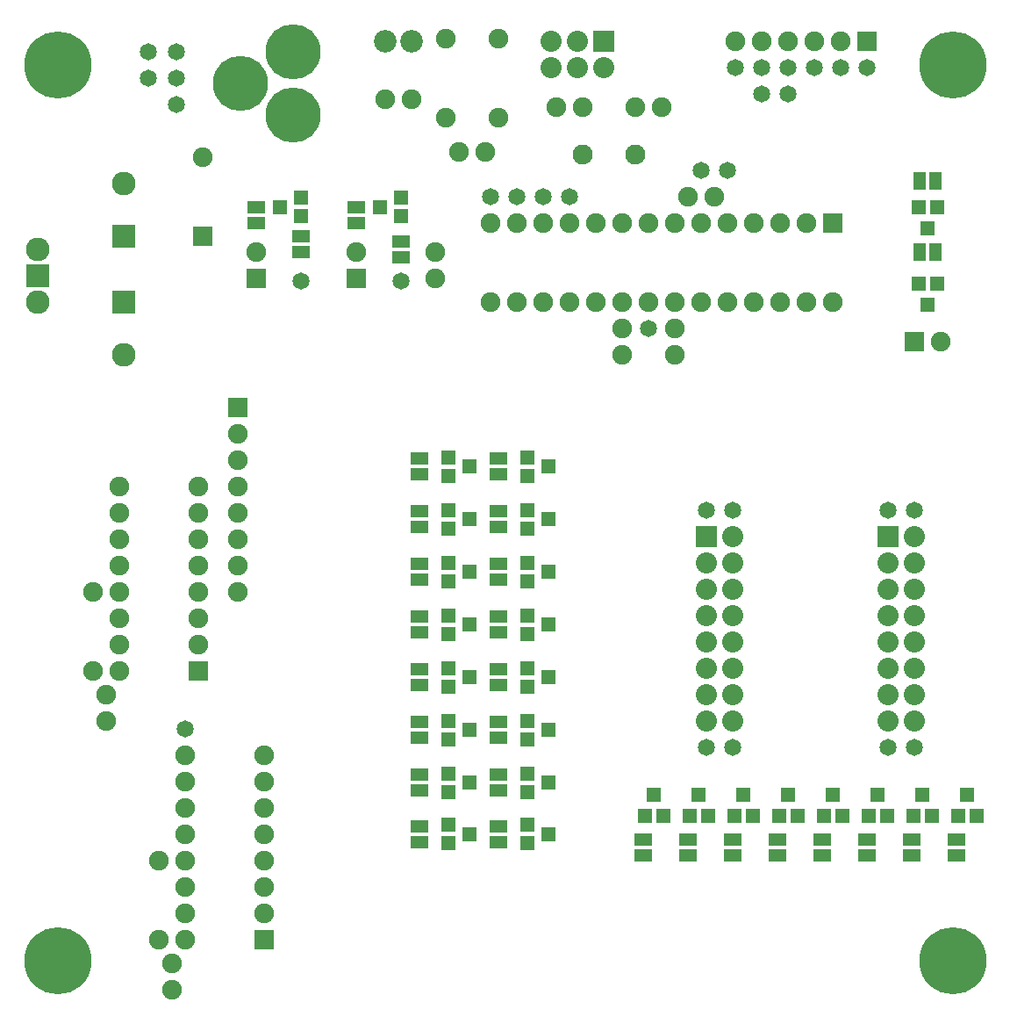
<source format=gts>
G04 (created by PCBNEW-RS274X (2012-01-19 BZR 3256)-stable) date 5/20/2013 9:38:39 PM*
G01*
G70*
G90*
%MOIN*%
G04 Gerber Fmt 3.4, Leading zero omitted, Abs format*
%FSLAX34Y34*%
G04 APERTURE LIST*
%ADD10C,0.006000*%
%ADD11C,0.075000*%
%ADD12R,0.056000X0.056000*%
%ADD13R,0.065000X0.045000*%
%ADD14R,0.045000X0.065000*%
%ADD15R,0.075000X0.075000*%
%ADD16C,0.065000*%
%ADD17R,0.080000X0.080000*%
%ADD18C,0.080000*%
%ADD19C,0.086000*%
%ADD20C,0.076000*%
%ADD21R,0.090000X0.090000*%
%ADD22C,0.090000*%
%ADD23C,0.255000*%
%ADD24C,0.209000*%
G04 APERTURE END LIST*
G54D10*
G54D11*
X55500Y-27500D03*
X53500Y-27500D03*
X55500Y-24500D03*
X53500Y-24500D03*
G54D12*
X56600Y-45100D03*
X56600Y-44400D03*
X57400Y-44750D03*
X56600Y-47100D03*
X56600Y-46400D03*
X57400Y-46750D03*
X56600Y-41100D03*
X56600Y-40400D03*
X57400Y-40750D03*
X56600Y-43100D03*
X56600Y-42400D03*
X57400Y-42750D03*
X56600Y-49100D03*
X56600Y-48400D03*
X57400Y-48750D03*
X71450Y-33800D03*
X72150Y-33800D03*
X71800Y-34600D03*
X56600Y-51100D03*
X56600Y-50400D03*
X57400Y-50750D03*
X56600Y-53100D03*
X56600Y-52400D03*
X57400Y-52750D03*
X56600Y-55050D03*
X56600Y-54350D03*
X57400Y-54700D03*
X53600Y-51100D03*
X53600Y-50400D03*
X54400Y-50750D03*
X61750Y-54000D03*
X61050Y-54000D03*
X61400Y-53200D03*
X53600Y-49100D03*
X53600Y-48400D03*
X54400Y-48750D03*
X53600Y-47100D03*
X53600Y-46400D03*
X54400Y-46750D03*
X53600Y-45100D03*
X53600Y-44400D03*
X54400Y-44750D03*
X53600Y-43100D03*
X53600Y-42400D03*
X54400Y-42750D03*
X53600Y-41100D03*
X53600Y-40400D03*
X54400Y-40750D03*
X53600Y-53100D03*
X53600Y-52400D03*
X54400Y-52750D03*
X53600Y-55050D03*
X53600Y-54350D03*
X54400Y-54700D03*
X63450Y-54000D03*
X62750Y-54000D03*
X63100Y-53200D03*
X65150Y-54000D03*
X64450Y-54000D03*
X64800Y-53200D03*
X66850Y-54000D03*
X66150Y-54000D03*
X66500Y-53200D03*
X68550Y-54000D03*
X67850Y-54000D03*
X68200Y-53200D03*
X70250Y-54000D03*
X69550Y-54000D03*
X69900Y-53200D03*
X71950Y-54000D03*
X71250Y-54000D03*
X71600Y-53200D03*
X73650Y-54000D03*
X72950Y-54000D03*
X73300Y-53200D03*
X71450Y-30900D03*
X72150Y-30900D03*
X71800Y-31700D03*
G54D13*
X55500Y-51050D03*
X55500Y-50450D03*
X55500Y-49050D03*
X55500Y-48450D03*
X55500Y-53050D03*
X55500Y-52450D03*
X55500Y-41050D03*
X55500Y-40450D03*
X55500Y-43050D03*
X55500Y-42450D03*
X55500Y-45050D03*
X55500Y-44450D03*
X55500Y-47050D03*
X55500Y-46450D03*
X55500Y-55000D03*
X55500Y-54400D03*
G54D14*
X72100Y-29900D03*
X71500Y-29900D03*
X71500Y-32600D03*
X72100Y-32600D03*
G54D13*
X72900Y-54900D03*
X72900Y-55500D03*
X71200Y-54900D03*
X71200Y-55500D03*
X69500Y-54900D03*
X69500Y-55500D03*
X67800Y-54900D03*
X67800Y-55500D03*
X66100Y-54900D03*
X66100Y-55500D03*
X64400Y-54900D03*
X64400Y-55500D03*
X62700Y-54900D03*
X62700Y-55500D03*
X61000Y-54900D03*
X61000Y-55500D03*
X52500Y-54400D03*
X52500Y-55000D03*
X52500Y-50450D03*
X52500Y-51050D03*
X52500Y-48450D03*
X52500Y-49050D03*
X52500Y-46450D03*
X52500Y-47050D03*
X52500Y-44450D03*
X52500Y-45050D03*
X52500Y-42450D03*
X52500Y-43050D03*
X52500Y-40450D03*
X52500Y-41050D03*
X52500Y-52450D03*
X52500Y-53050D03*
G54D15*
X45600Y-38500D03*
G54D11*
X45600Y-39500D03*
X45600Y-40500D03*
X45600Y-41500D03*
X45600Y-42500D03*
X45600Y-43500D03*
X45600Y-44500D03*
X45600Y-45500D03*
G54D15*
X69500Y-24600D03*
G54D11*
X68500Y-24600D03*
X67500Y-24600D03*
X66500Y-24600D03*
X65500Y-24600D03*
X64500Y-24600D03*
G54D15*
X71300Y-36000D03*
G54D11*
X72300Y-36000D03*
X42600Y-58700D03*
X42600Y-55700D03*
X40100Y-48500D03*
X40100Y-45500D03*
X52200Y-26800D03*
X51200Y-26800D03*
X55000Y-28800D03*
X54000Y-28800D03*
G54D16*
X63200Y-29500D03*
X66500Y-26600D03*
X69500Y-25600D03*
X68500Y-25600D03*
X67500Y-25600D03*
X66500Y-25600D03*
X65500Y-25600D03*
X64500Y-25600D03*
X43600Y-50700D03*
X65500Y-26600D03*
X43250Y-26000D03*
X71300Y-51400D03*
X63400Y-42400D03*
X64400Y-42400D03*
X63400Y-51400D03*
X64400Y-51400D03*
X70300Y-51400D03*
X43250Y-27000D03*
X43250Y-25000D03*
X71300Y-42400D03*
X70300Y-42400D03*
X61200Y-35500D03*
X55200Y-30500D03*
X56200Y-30500D03*
G54D17*
X63400Y-43400D03*
G54D18*
X64400Y-43400D03*
X63400Y-44400D03*
X64400Y-44400D03*
X63400Y-45400D03*
X64400Y-45400D03*
X63400Y-46400D03*
X64400Y-46400D03*
X63400Y-47400D03*
X64400Y-47400D03*
X63400Y-48400D03*
X64400Y-48400D03*
X63400Y-49400D03*
X64400Y-49400D03*
X63400Y-50400D03*
X64400Y-50400D03*
G54D17*
X70300Y-43400D03*
G54D18*
X71300Y-43400D03*
X70300Y-44400D03*
X71300Y-44400D03*
X70300Y-45400D03*
X71300Y-45400D03*
X70300Y-46400D03*
X71300Y-46400D03*
X70300Y-47400D03*
X71300Y-47400D03*
X70300Y-48400D03*
X71300Y-48400D03*
X70300Y-49400D03*
X71300Y-49400D03*
X70300Y-50400D03*
X71300Y-50400D03*
G54D17*
X59500Y-24600D03*
G54D18*
X59500Y-25600D03*
X58500Y-24600D03*
X58500Y-25600D03*
X57500Y-24600D03*
X57500Y-25600D03*
G54D19*
X52200Y-24600D03*
X51200Y-24600D03*
G54D20*
X58700Y-28900D03*
X60700Y-28900D03*
G54D11*
X67200Y-31500D03*
X66200Y-31500D03*
X65200Y-31500D03*
X64200Y-31500D03*
X63200Y-31500D03*
X62200Y-31500D03*
X61200Y-31500D03*
X60200Y-31500D03*
X59200Y-31500D03*
X58200Y-31500D03*
X57200Y-31500D03*
X56200Y-31500D03*
X55200Y-31500D03*
G54D15*
X68200Y-31500D03*
G54D11*
X55200Y-34500D03*
X56200Y-34500D03*
X57200Y-34500D03*
X58200Y-34500D03*
X59200Y-34500D03*
X60200Y-34500D03*
X61200Y-34500D03*
X62200Y-34500D03*
X63200Y-34500D03*
X64200Y-34500D03*
X65200Y-34500D03*
X66200Y-34500D03*
X67200Y-34500D03*
X68200Y-34500D03*
G54D15*
X44100Y-48500D03*
G54D11*
X44100Y-47500D03*
X44100Y-46500D03*
X44100Y-45500D03*
X44100Y-44500D03*
X44100Y-43500D03*
X44100Y-42500D03*
X44100Y-41500D03*
X41100Y-41500D03*
X41100Y-42500D03*
X41100Y-43500D03*
X41100Y-44500D03*
X41100Y-45500D03*
X41100Y-46500D03*
X41100Y-47500D03*
X41100Y-48500D03*
G54D15*
X46600Y-58700D03*
G54D11*
X46600Y-57700D03*
X46600Y-56700D03*
X46600Y-55700D03*
X46600Y-54700D03*
X46600Y-53700D03*
X46600Y-52700D03*
X46600Y-51700D03*
X43600Y-51700D03*
X43600Y-52700D03*
X43600Y-53700D03*
X43600Y-54700D03*
X43600Y-55700D03*
X43600Y-56700D03*
X43600Y-57700D03*
X43600Y-58700D03*
G54D15*
X44250Y-32000D03*
G54D11*
X44250Y-29000D03*
G54D21*
X41250Y-34500D03*
G54D22*
X41250Y-36500D03*
G54D21*
X41250Y-32000D03*
G54D22*
X41250Y-30000D03*
G54D11*
X58700Y-27100D03*
X57700Y-27100D03*
X60700Y-27100D03*
X61700Y-27100D03*
X62200Y-35500D03*
X62200Y-36500D03*
X60200Y-35500D03*
X60200Y-36500D03*
X62700Y-30500D03*
X63700Y-30500D03*
X40600Y-49400D03*
X40600Y-50400D03*
X43100Y-59600D03*
X43100Y-60600D03*
G54D23*
X38750Y-25500D03*
X38750Y-59500D03*
X72750Y-59500D03*
X72750Y-25500D03*
G54D16*
X42200Y-26000D03*
X42200Y-25000D03*
X64200Y-29500D03*
X58200Y-30500D03*
X57200Y-30500D03*
G54D24*
X47700Y-25000D03*
X47700Y-27400D03*
X45700Y-26200D03*
G54D12*
X51800Y-30550D03*
X51800Y-31250D03*
X51000Y-30900D03*
X48000Y-30550D03*
X48000Y-31250D03*
X47200Y-30900D03*
G54D13*
X50100Y-31500D03*
X50100Y-30900D03*
X51800Y-32200D03*
X51800Y-32800D03*
X46300Y-31500D03*
X46300Y-30900D03*
X48000Y-32000D03*
X48000Y-32600D03*
G54D15*
X50100Y-33600D03*
G54D11*
X50100Y-32600D03*
G54D15*
X46300Y-33600D03*
G54D11*
X46300Y-32600D03*
G54D16*
X51800Y-33700D03*
X48000Y-33700D03*
G54D22*
X38000Y-34500D03*
G54D21*
X38000Y-33500D03*
G54D22*
X38000Y-32500D03*
G54D11*
X53100Y-33600D03*
X53100Y-32600D03*
M02*

</source>
